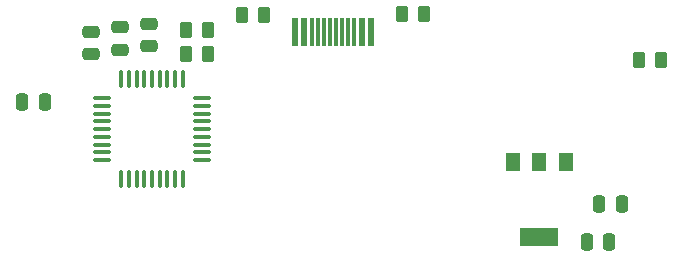
<source format=gbr>
%TF.GenerationSoftware,KiCad,Pcbnew,9.0.6*%
%TF.CreationDate,2026-01-11T15:28:45-08:00*%
%TF.ProjectId,pcb,7063622e-6b69-4636-9164-5f7063625858,rev?*%
%TF.SameCoordinates,Original*%
%TF.FileFunction,Paste,Top*%
%TF.FilePolarity,Positive*%
%FSLAX46Y46*%
G04 Gerber Fmt 4.6, Leading zero omitted, Abs format (unit mm)*
G04 Created by KiCad (PCBNEW 9.0.6) date 2026-01-11 15:28:45*
%MOMM*%
%LPD*%
G01*
G04 APERTURE LIST*
G04 Aperture macros list*
%AMRoundRect*
0 Rectangle with rounded corners*
0 $1 Rounding radius*
0 $2 $3 $4 $5 $6 $7 $8 $9 X,Y pos of 4 corners*
0 Add a 4 corners polygon primitive as box body*
4,1,4,$2,$3,$4,$5,$6,$7,$8,$9,$2,$3,0*
0 Add four circle primitives for the rounded corners*
1,1,$1+$1,$2,$3*
1,1,$1+$1,$4,$5*
1,1,$1+$1,$6,$7*
1,1,$1+$1,$8,$9*
0 Add four rect primitives between the rounded corners*
20,1,$1+$1,$2,$3,$4,$5,0*
20,1,$1+$1,$4,$5,$6,$7,0*
20,1,$1+$1,$6,$7,$8,$9,0*
20,1,$1+$1,$8,$9,$2,$3,0*%
G04 Aperture macros list end*
%ADD10RoundRect,0.250000X0.475000X-0.250000X0.475000X0.250000X-0.475000X0.250000X-0.475000X-0.250000X0*%
%ADD11RoundRect,0.250000X0.262500X0.450000X-0.262500X0.450000X-0.262500X-0.450000X0.262500X-0.450000X0*%
%ADD12R,0.600000X2.450000*%
%ADD13R,0.300000X2.450000*%
%ADD14RoundRect,0.100000X0.100000X-0.637500X0.100000X0.637500X-0.100000X0.637500X-0.100000X-0.637500X0*%
%ADD15RoundRect,0.100000X0.637500X-0.100000X0.637500X0.100000X-0.637500X0.100000X-0.637500X-0.100000X0*%
%ADD16RoundRect,0.250000X-0.262500X-0.450000X0.262500X-0.450000X0.262500X0.450000X-0.262500X0.450000X0*%
%ADD17RoundRect,0.250000X-0.250000X-0.475000X0.250000X-0.475000X0.250000X0.475000X-0.250000X0.475000X0*%
%ADD18R,1.200000X1.500000*%
%ADD19R,3.300000X1.500000*%
%ADD20RoundRect,0.250000X0.250000X0.475000X-0.250000X0.475000X-0.250000X-0.475000X0.250000X-0.475000X0*%
G04 APERTURE END LIST*
D10*
%TO.C,C2*%
X134440900Y-93870000D03*
X134440900Y-91970000D03*
%TD*%
%TO.C,C5*%
X131940900Y-94180000D03*
X131940900Y-92280000D03*
%TD*%
D11*
%TO.C,R1*%
X177742500Y-95060000D03*
X175917500Y-95060000D03*
%TD*%
%TO.C,R3*%
X139412500Y-94500000D03*
X137587500Y-94500000D03*
%TD*%
D10*
%TO.C,C4*%
X129513600Y-94550000D03*
X129513600Y-92650000D03*
%TD*%
D12*
%TO.C,USB1*%
X153225000Y-92695000D03*
X152450001Y-92695000D03*
D13*
X151750000Y-92695000D03*
X151250001Y-92695000D03*
X150750000Y-92695000D03*
X150250000Y-92694999D03*
X149749999Y-92695000D03*
X149250000Y-92695000D03*
X148750000Y-92695001D03*
X148249999Y-92695000D03*
D12*
X147549999Y-92695000D03*
X146775001Y-92695000D03*
%TD*%
D14*
%TO.C,U1*%
X132079800Y-105113500D03*
X132729800Y-105113500D03*
X133379800Y-105113500D03*
X134029800Y-105113500D03*
X134679800Y-105113500D03*
X135329800Y-105113500D03*
X135979800Y-105113500D03*
X136629800Y-105113500D03*
X137279800Y-105113500D03*
D15*
X138892300Y-103501000D03*
X138892300Y-102851000D03*
X138892300Y-102201000D03*
X138892300Y-101551000D03*
X138892300Y-100901000D03*
X138892300Y-100251000D03*
X138892300Y-99601000D03*
X138892300Y-98951000D03*
X138892300Y-98301000D03*
D14*
X137279800Y-96688500D03*
X136629800Y-96688500D03*
X135979800Y-96688500D03*
X135329800Y-96688500D03*
X134679800Y-96688500D03*
X134029800Y-96688500D03*
X133379800Y-96688500D03*
X132729800Y-96688500D03*
X132079800Y-96688500D03*
D15*
X130467300Y-98301000D03*
X130467300Y-98951000D03*
X130467300Y-99601000D03*
X130467300Y-100251000D03*
X130467300Y-100901000D03*
X130467300Y-101551000D03*
X130467300Y-102201000D03*
X130467300Y-102851000D03*
X130467300Y-103501000D03*
%TD*%
D16*
%TO.C,R4*%
X142330000Y-91270000D03*
X144155000Y-91270000D03*
%TD*%
D11*
%TO.C,R2*%
X139412500Y-92500000D03*
X137587500Y-92500000D03*
%TD*%
D16*
%TO.C,R5*%
X155877500Y-91130000D03*
X157702500Y-91130000D03*
%TD*%
D17*
%TO.C,C3*%
X171490900Y-110480000D03*
X173390900Y-110480000D03*
%TD*%
%TO.C,C6*%
X123681800Y-98590000D03*
X125581800Y-98590000D03*
%TD*%
D18*
%TO.C,IC1*%
X169755000Y-103660000D03*
X167455000Y-103660000D03*
D19*
X167455000Y-110060000D03*
D18*
X165255000Y-103660000D03*
%TD*%
D20*
%TO.C,C1*%
X174450000Y-107250000D03*
X172550000Y-107250000D03*
%TD*%
M02*

</source>
